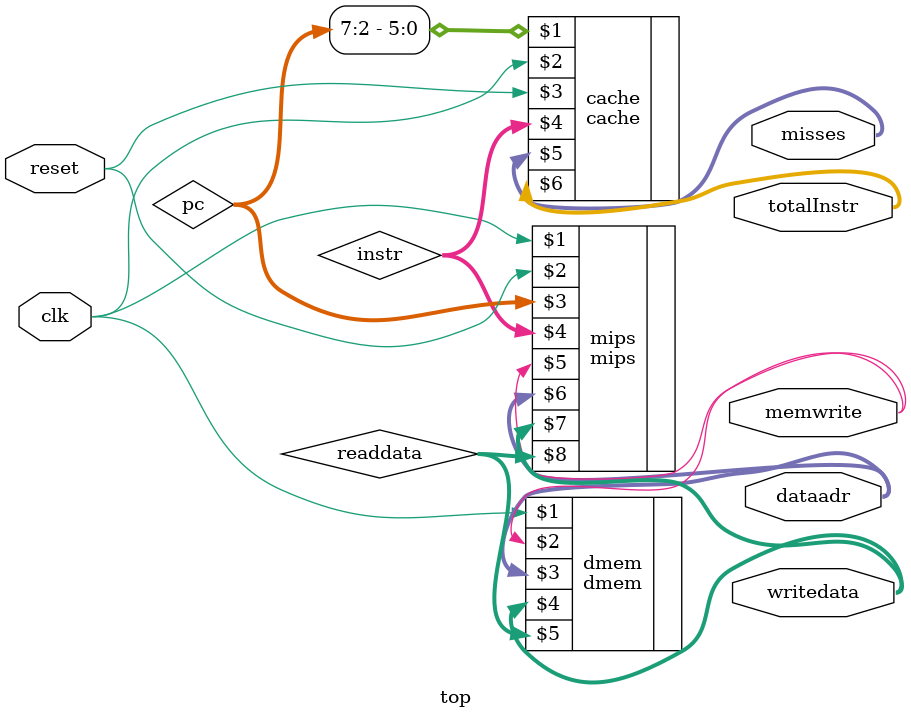
<source format=v>
module top (input clk, reset,output [31:0] writedata, dataadr, misses, totalInstr, output memwrite);
wire [31:0] pc, instr, readdata;
// instantiate processor and memories
mips mips (clk, reset, pc, instr, memwrite, dataadr,
writedata, readdata);
cache cache (pc[7:2], clk, reset, instr, misses, totalInstr );
dmem dmem (clk, memwrite, dataadr, writedata,readdata);
endmodule
</source>
